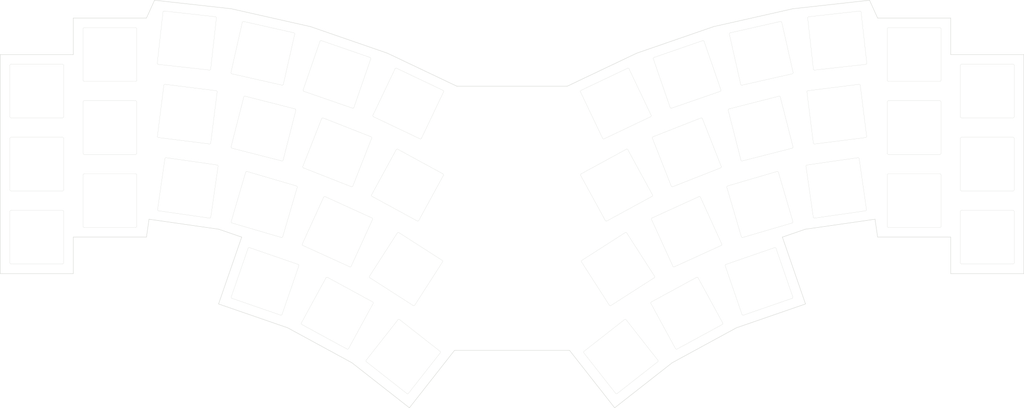
<source format=kicad_pcb>
(kicad_pcb (version 20240108) (generator "pcbnew") (generator_version "8.0")
  (layers (0 "F.Cu" signal) (31 "B.Cu" signal) (34 "B.Paste" user) (35 "F.Paste" user) (36 "B.SilkS" user "B.Silkscreen") (37 "F.SilkS" user "F.Silkscreen") (38 "B.Mask" user) (39 "F.Mask" user) (44 "Edge.Cuts" user))
  (net 0 "")
  (footprint "Project_Library:Key_Switch_Plate_Hole" (layer "F.Cu") (at 57.785 39.0525 180)
    (property "Reference" "SW11" (hide yes))
    (property "Value" "~" (hide yes))
    (fp_line (start 7.635 -10.51) (end 7.635 2.89) (stroke (width 0.05)) (layer "Edge.Cuts"))
    (fp_line (start 7.335 3.19) (end -6.065 3.19) (stroke (width 0.05)) (layer "Edge.Cuts"))
    (fp_line (start -6.065 -10.81) (end 7.335 -10.81) (stroke (width 0.05)) (layer "Edge.Cuts"))
    (fp_line (start -6.365 2.89) (end -6.365 -10.51) (stroke (width 0.05)) (layer "Edge.Cuts"))
    (fp_arc (start 7.635 2.89) (mid 7.547132 3.102132) (end 7.335 3.19) (stroke (width 0.05)) (layer "Edge.Cuts"))
    (fp_arc (start 7.335 -10.81) (mid 7.547132 -10.722132) (end 7.635 -10.51) (stroke (width 0.05)) (layer "Edge.Cuts"))
    (fp_arc (start -6.065 3.19) (mid -6.277132 3.102132) (end -6.365 2.89) (stroke (width 0.05)) (layer "Edge.Cuts"))
    (fp_arc (start -6.365 -10.51) (mid -6.277132 -10.722132) (end -6.065 -10.81) (stroke (width 0.05)) (layer "Edge.Cuts"))
  )
  (footprint "Project_Library:Key_Switch_Plate_Hole" (layer "F.Cu") (at 136.421019 119.038995 141.891)
    (property "Reference" "SW40" (hide yes))
    (property "Value" "~" (hide yes))
    (fp_line (start 7.635 -10.51) (end 7.635 2.89) (stroke (width 0.05)) (layer "Edge.Cuts"))
    (fp_line (start 7.335 3.19) (end -6.065 3.19) (stroke (width 0.05)) (layer "Edge.Cuts"))
    (fp_line (start -6.065 -10.81) (end 7.335 -10.81) (stroke (width 0.05)) (layer "Edge.Cuts"))
    (fp_line (start -6.365 2.89) (end -6.365 -10.51) (stroke (width 0.05)) (layer "Edge.Cuts"))
    (fp_arc (start 7.335 -10.81) (mid 7.547132 -10.722132) (end 7.635 -10.51) (stroke (width 0.05)) (layer "Edge.Cuts"))
    (fp_arc (start 7.635 2.89) (mid 7.547132 3.102132) (end 7.335 3.19) (stroke (width 0.05)) (layer "Edge.Cuts"))
    (fp_arc (start -6.365 -10.51) (mid -6.277132 -10.722132) (end -6.065 -10.81) (stroke (width 0.05)) (layer "Edge.Cuts"))
    (fp_arc (start -6.065 3.19) (mid -6.277132 3.102132) (end -6.365 2.89) (stroke (width 0.05)) (layer "Edge.Cuts"))
  )
  (footprint "Project_Library:Key_Switch_Plate_Hole" (layer "F.Cu") (at 99.033252 78.495176 163.658)
    (property "Reference" "SW33" (hide yes))
    (property "Value" "~" (hide yes))
    (fp_line (start 7.635 -10.51) (end 7.635 2.889999) (stroke (width 0.05)) (layer "Edge.Cuts"))
    (fp_line (start 7.335 3.19) (end -6.065 3.19) (stroke (width 0.05)) (layer "Edge.Cuts"))
    (fp_line (start -6.065 -10.81) (end 7.335 -10.81) (stroke (width 0.05)) (layer "Edge.Cuts"))
    (fp_line (start -6.364999 2.89) (end -6.365 -10.51) (stroke (width 0.05)) (layer "Edge.Cuts"))
    (fp_arc (start 7.335 -10.81) (mid 7.547133 -10.722132) (end 7.635 -10.51) (stroke (width 0.05)) (layer "Edge.Cuts"))
    (fp_arc (start 7.635 2.889999) (mid 7.547132 3.102131) (end 7.335 3.19) (stroke (width 0.05)) (layer "Edge.Cuts"))
    (fp_arc (start -6.365 -10.51) (mid -6.277132 -10.722132) (end -6.065 -10.81) (stroke (width 0.05)) (layer "Edge.Cuts"))
    (fp_arc (start -6.065 3.19) (mid -6.277132 3.102132) (end -6.364999 2.89) (stroke (width 0.05)) (layer "Edge.Cuts"))
  )
  (footprint "Project_Library:Key_Switch_Plate_Hole" (layer "F.Cu") (at 226.035439 78.137836 -163.658)
    (property "Reference" "SW28" (hide yes))
    (property "Value" "~" (hide yes))
    (fp_line (start 7.335 3.19) (end -6.065 3.19) (stroke (width 0.05)) (layer "Edge.Cuts"))
    (fp_line (start 7.635 -10.51) (end 7.635001 2.89) (stroke (width 0.05)) (layer "Edge.Cuts"))
    (fp_line (start -6.365 2.89) (end -6.365 -10.51) (stroke (width 0.05)) (layer "Edge.Cuts"))
    (fp_line (start -6.065 -10.81) (end 7.335 -10.81) (stroke (width 0.05)) (layer "Edge.Cuts"))
    (fp_arc (start 7.635001 2.89) (mid 7.547132 3.102131) (end 7.335 3.19) (stroke (width 0.05)) (layer "Edge.Cuts"))
    (fp_arc (start 7.335 -10.81) (mid 7.547132 -10.722132) (end 7.635 -10.51) (stroke (width 0.05)) (layer "Edge.Cuts"))
    (fp_arc (start -6.065 3.19) (mid -6.277132 3.102131) (end -6.365 2.89) (stroke (width 0.05)) (layer "Edge.Cuts"))
    (fp_arc (start -6.365 -10.51) (mid -6.277132 -10.722132) (end -6.065 -10.81) (stroke (width 0.05)) (layer "Edge.Cuts"))
  )
  (footprint "Project_Library:Key_Switch_Plate_Hole" (layer "F.Cu") (at 137.096734 52.478416 154.562)
    (property "Reference" "SW7" (hide yes))
    (property "Value" "~" (hide yes))
    (fp_line (start 7.635 -10.51) (end 7.635 2.89) (stroke (width 0.05)) (layer "Edge.Cuts"))
    (fp_line (start 7.335 3.19) (end -6.065 3.19) (stroke (width 0.05)) (layer "Edge.Cuts"))
    (fp_line (start -6.065 -10.81) (end 7.335 -10.81) (stroke (width 0.05)) (layer "Edge.Cuts"))
    (fp_line (start -6.365 2.89) (end -6.365 -10.51) (stroke (width 0.05)) (layer "Edge.Cuts"))
    (fp_arc (start 7.335 -10.81) (mid 7.547132 -10.722132) (end 7.635 -10.51) (stroke (width 0.05)) (layer "Edge.Cuts"))
    (fp_arc (start 7.635 2.89) (mid 7.547131 3.102132) (end 7.335 3.19) (stroke (width 0.05)) (layer "Edge.Cuts"))
    (fp_arc (start -6.365 -10.51) (mid -6.277132 -10.722132) (end -6.065 -10.81) (stroke (width 0.05)) (layer "Edge.Cuts"))
    (fp_arc (start -6.065 3.19) (mid -6.277132 3.102133) (end -6.365 2.89) (stroke (width 0.05)) (layer "Edge.Cuts"))
  )
  (footprint "Project_Library:Key_Switch_Plate_Hole" (layer "F.Cu") (at 187.8944 73.273188 -151.39)
    (property "Reference" "SW18" (hide yes))
    (property "Value" "~" (hide yes))
    (fp_line (start 7.335 3.19) (end -6.065 3.19) (stroke (width 0.05)) (layer "Edge.Cuts"))
    (fp_line (start 7.635 -10.51) (end 7.635 2.89) (stroke (width 0.05)) (layer "Edge.Cuts"))
    (fp_line (start -6.364999 2.89) (end -6.365 -10.51) (stroke (width 0.05)) (layer "Edge.Cuts"))
    (fp_line (start -6.065 -10.81) (end 7.335 -10.81) (stroke (width 0.05)) (layer "Edge.Cuts"))
    (fp_arc (start 7.635 2.89) (mid 7.547132 3.102132) (end 7.335 3.19) (stroke (width 0.05)) (layer "Edge.Cuts"))
    (fp_arc (start 7.335 -10.81) (mid 7.547131 -10.722132) (end 7.635 -10.51) (stroke (width 0.05)) (layer "Edge.Cuts"))
    (fp_arc (start -6.065 3.19) (mid -6.277132 3.102132) (end -6.364999 2.89) (stroke (width 0.05)) (layer "Edge.Cuts"))
    (fp_arc (start -6.365 -10.51) (mid -6.277132 -10.722132) (end -6.065 -10.81) (stroke (width 0.05)) (layer "Edge.Cuts"))
  )
  (footprint "Project_Library:Key_Switch_Plate_Hole" (layer "F.Cu") (at 206.661941 64.595471 -158.543)
    (property "Reference" "SW17" (hide yes))
    (property "Value" "~" (hide yes))
    (fp_line (start 7.335 3.19) (end -6.065 3.19) (stroke (width 0.05)) (layer "Edge.Cuts"))
    (fp_line (start 7.635 -10.510001) (end 7.635 2.89) (stroke (width 0.05)) (layer "Edge.Cuts"))
    (fp_line (start -6.365 2.89) (end -6.365 -10.51) (stroke (width 0.05)) (layer "Edge.Cuts"))
    (fp_line (start -6.065 -10.81) (end 7.335 -10.81) (stroke (width 0.05)) (layer "Edge.Cuts"))
    (fp_arc (start 7.635 2.89) (mid 7.547132 3.102132) (end 7.335 3.19) (stroke (width 0.05)) (layer "Edge.Cuts"))
    (fp_arc (start 7.335 -10.81) (mid 7.547131 -10.722132) (end 7.635 -10.510001) (stroke (width 0.05)) (layer "Edge.Cuts"))
    (fp_arc (start -6.065 3.19) (mid -6.277132 3.102132) (end -6.365 2.89) (stroke (width 0.05)) (layer "Edge.Cuts"))
    (fp_arc (start -6.365 -10.51) (mid -6.277132 -10.722132) (end -6.065 -10.81) (stroke (width 0.05)) (layer "Edge.Cuts"))
  )
  (footprint "Project_Library:Key_Switch_Plate_Hole" (layer "F.Cu") (at 226.36399 58.322089 -165.695)
    (property "Reference" "SW16" (hide yes))
    (property "Value" "~" (hide yes))
    (fp_line (start 7.335 3.19) (end -6.065 3.19) (stroke (width 0.05)) (layer "Edge.Cuts"))
    (fp_line (start 7.635 -10.51) (end 7.635 2.89) (stroke (width 0.05)) (layer "Edge.Cuts"))
    (fp_line (start -6.365 2.89) (end -6.365 -10.51) (stroke (width 0.05)) (layer "Edge.Cuts"))
    (fp_line (start -6.065 -10.81) (end 7.335 -10.81) (stroke (width 0.05)) (layer "Edge.Cuts"))
    (fp_arc (start 7.635 2.89) (mid 7.547132 3.102132) (end 7.335 3.19) (stroke (width 0.05)) (layer "Edge.Cuts"))
    (fp_arc (start 7.335 -10.81) (mid 7.547132 -10.722132) (end 7.635 -10.51) (stroke (width 0.05)) (layer "Edge.Cuts"))
    (fp_arc (start -6.065 3.19) (mid -6.277132 3.102132) (end -6.365 2.89) (stroke (width 0.05)) (layer "Edge.Cuts"))
    (fp_arc (start -6.365 -10.51) (mid -6.277132 -10.722132) (end -6.065 -10.81) (stroke (width 0.05)) (layer "Edge.Cuts"))
  )
  (footprint "Project_Library:Key_Switch_Plate_Hole" (layer "F.Cu") (at 286.385 67.6275 180)
    (property "Reference" "SW13" (hide yes))
    (property "Value" "~" (hide yes))
    (fp_line (start 7.635 -10.51) (end 7.635 2.89) (stroke (width 0.05)) (layer "Edge.Cuts"))
    (fp_line (start 7.335 3.19) (end -6.065 3.19) (stroke (width 0.05)) (layer "Edge.Cuts"))
    (fp_line (start -6.065 -10.81) (end 7.335 -10.81) (stroke (width 0.05)) (layer "Edge.Cuts"))
    (fp_line (start -6.365 2.89) (end -6.365 -10.51) (stroke (width 0.05)) (layer "Edge.Cuts"))
    (fp_arc (start 7.635 2.89) (mid 7.547132 3.102132) (end 7.335 3.19) (stroke (width 0.05)) (layer "Edge.Cuts"))
    (fp_arc (start 7.335 -10.81) (mid 7.547132 -10.722132) (end 7.635 -10.51) (stroke (width 0.05)) (layer "Edge.Cuts"))
    (fp_arc (start -6.065 3.19) (mid -6.277132 3.102132) (end -6.365 2.89) (stroke (width 0.05)) (layer "Edge.Cuts"))
    (fp_arc (start -6.365 -10.51) (mid -6.277132 -10.722132) (end -6.065 -10.81) (stroke (width 0.05)) (layer "Edge.Cuts"))
  )
  (footprint "Project_Library:Key_Switch_Plate_Hole" (layer "F.Cu") (at 57.785 58.1025 180)
    (property "Reference" "SW23" (hide yes))
    (property "Value" "~" (hide yes))
    (fp_line (start 7.635 -10.51) (end 7.635 2.89) (stroke (width 0.05)) (layer "Edge.Cuts"))
    (fp_line (start 7.335 3.19) (end -6.065 3.19) (stroke (width 0.05)) (layer "Edge.Cuts"))
    (fp_line (start -6.065 -10.81) (end 7.335 -10.81) (stroke (width 0.05)) (layer "Edge.Cuts"))
    (fp_line (start -6.365 2.89) (end -6.365 -10.51) (stroke (width 0.05)) (layer "Edge.Cuts"))
    (fp_arc (start 7.635 2.89) (mid 7.547132 3.102132) (end 7.335 3.19) (stroke (width 0.05)) (layer "Edge.Cuts"))
    (fp_arc (start 7.335 -10.81) (mid 7.547132 -10.722132) (end 7.635 -10.51) (stroke (width 0.05)) (layer "Edge.Cuts"))
    (fp_arc (start -6.065 3.19) (mid -6.277132 3.102132) (end -6.365 2.89) (stroke (width 0.05)) (layer "Edge.Cuts"))
    (fp_arc (start -6.365 -10.51) (mid -6.277132 -10.722132) (end -6.065 -10.81) (stroke (width 0.05)) (layer "Edge.Cuts"))
  )
  (footprint "Project_Library:Key_Switch_Plate_Hole" (layer "F.Cu") (at 118.588917 85.875323 155.487)
    (property "Reference" "SW32" (hide yes))
    (property "Value" "~" (hide yes))
    (fp_line (start 7.635 -10.510001) (end 7.635 2.89) (stroke (width 0.05)) (layer "Edge.Cuts"))
    (fp_line (start 7.335 3.189999) (end -6.065 3.19) (stroke (width 0.05)) (layer "Edge.Cuts"))
    (fp_line (start -6.065001 -10.81) (end 7.335 -10.81) (stroke (width 0.05)) (layer "Edge.Cuts"))
    (fp_line (start -6.365 2.890001) (end -6.365 -10.51) (stroke (width 0.05)) (layer "Edge.Cuts"))
    (fp_arc (start 7.335 -10.81) (mid 7.547131 -10.722132) (end 7.635 -10.510001) (stroke (width 0.05)) (layer "Edge.Cuts"))
    (fp_arc (start 7.635 2.89) (mid 7.547132 3.102132) (end 7.335 3.189999) (stroke (width 0.05)) (layer "Edge.Cuts"))
    (fp_arc (start -6.365 -10.51) (mid -6.277132 -10.722131) (end -6.065001 -10.81) (stroke (width 0.05)) (layer "Edge.Cuts"))
    (fp_arc (start -6.065 3.19) (mid -6.277132 3.102132) (end -6.365 2.890001) (stroke (width 0.05)) (layer "Edge.Cuts"))
  )
  (footprint "Project_Library:Key_Switch_Plate_Hole" (layer "F.Cu") (at 246.693838 54.550703 -172.849)
    (property "Reference" "SW15" (hide yes))
    (property "Value" "~" (hide yes))
    (fp_line (start 7.335 3.19) (end -6.065 3.19) (stroke (width 0.05)) (layer "Edge.Cuts"))
    (fp_line (start 7.635 -10.51) (end 7.635 2.89) (stroke (width 0.05)) (layer "Edge.Cuts"))
    (fp_line (start -6.365 2.89) (end -6.365 -10.51) (stroke (width 0.05)) (layer "Edge.Cuts"))
    (fp_line (start -6.065 -10.81) (end 7.335 -10.81) (stroke (width 0.05)) (layer "Edge.Cuts"))
    (fp_arc (start 7.635 2.89) (mid 7.547132 3.102131) (end 7.335 3.19) (stroke (width 0.05)) (layer "Edge.Cuts"))
    (fp_arc (start 7.335 -10.81) (mid 7.547132 -10.722132) (end 7.635 -10.51) (stroke (width 0.05)) (layer "Edge.Cuts"))
    (fp_arc (start -6.065 3.19) (mid -6.277132 3.102132) (end -6.365 2.89) (stroke (width 0.05)) (layer "Edge.Cuts"))
    (fp_arc (start -6.365 -10.51) (mid -6.277132 -10.722132) (end -6.065 -10.81) (stroke (width 0.05)) (layer "Edge.Cuts"))
  )
  (footprint "Project_Library:Key_Switch_Plate_Hole" (layer "F.Cu") (at 98.454462 38.964361 167.281)
    (property "Reference" "SW9" (hide yes))
    (property "Value" "~" (hide yes))
    (fp_line (start 7.635 -10.51) (end 7.635 2.89) (stroke (width 0.05)) (layer "Edge.Cuts"))
    (fp_line (start 7.335 3.19) (end -6.065 3.19) (stroke (width 0.05)) (layer "Edge.Cuts"))
    (fp_line (start -6.065 -10.81) (end 7.335 -10.81) (stroke (width 0.05)) (layer "Edge.Cuts"))
    (fp_line (start -6.365 2.89) (end -6.365 -10.51) (stroke (width 0.05)) (layer "Edge.Cuts"))
    (fp_arc (start 7.335 -10.81) (mid 7.547131 -10.722132) (end 7.635 -10.51) (stroke (width 0.05)) (layer "Edge.Cuts"))
    (fp_arc (start 7.635 2.89) (mid 7.547132 3.102133) (end 7.335 3.19) (stroke (width 0.05)) (layer "Edge.Cuts"))
    (fp_arc (start -6.365 -10.51) (mid -6.277132 -10.722132) (end -6.065 -10.81) (stroke (width 0.05)) (layer "Edge.Cuts"))
    (fp_arc (start -6.065 3.19) (mid -6.277132 3.102131) (end -6.365 2.89) (stroke (width 0.05)) (layer "Edge.Cuts"))
  )
  (footprint "Project_Library:Key_Switch_Plate_Hole" (layer "F.Cu") (at 267.335 58.1025 180)
    (property "Reference" "SW14" (hide yes))
    (property "Value" "~" (hide yes))
    (fp_line (start 7.635 -10.51) (end 7.635 2.89) (stroke (width 0.05)) (layer "Edge.Cuts"))
    (fp_line (start 7.335 3.19) (end -6.065 3.19) (stroke (width 0.05)) (layer "Edge.Cuts"))
    (fp_line (start -6.065 -10.81) (end 7.335 -10.81) (stroke (width 0.05)) (layer "Edge.Cuts"))
    (fp_line (start -6.365 2.89) (end -6.365 -10.51) (stroke (width 0.05)) (layer "Edge.Cuts"))
    (fp_arc (start 7.635 2.89) (mid 7.547132 3.102132) (end 7.335 3.19) (stroke (width 0.05)) (layer "Edge.Cuts"))
    (fp_arc (start 7.335 -10.81) (mid 7.547132 -10.722132) (end 7.635 -10.51) (stroke (width 0.05)) (layer "Edge.Cuts"))
    (fp_arc (start -6.065 3.19) (mid -6.277132 3.102132) (end -6.365 2.89) (stroke (width 0.05)) (layer "Edge.Cuts"))
    (fp_arc (start -6.365 -10.51) (mid -6.277132 -10.722132) (end -6.065 -10.81) (stroke (width 0.05)) (layer "Edge.Cuts"))
  )
  (footprint "Project_Library:Key_Switch_Plate_Hole" (layer "F.Cu") (at 118.150958 44.647977 160.922)
    (property "Reference" "SW8" (hide yes))
    (property "Value" "~" (hide yes))
    (fp_line (start 7.635 -10.51) (end 7.635 2.889999) (stroke (width 0.05)) (layer "Edge.Cuts"))
    (fp_line (start 7.335 3.19) (end -6.065 3.19) (stroke (width 0.05)) (layer "Edge.Cuts"))
    (fp_line (start -6.065 -10.81) (end 7.335 -10.809999) (stroke (width 0.05)) (layer "Edge.Cuts"))
    (fp_line (start -6.365 2.89) (end -6.365 -10.51) (stroke (width 0.05)) (layer "Edge.Cuts"))
    (fp_arc (start 7.335 -10.809999) (mid 7.547131 -10.722132) (end 7.635 -10.51) (stroke (width 0.05)) (layer "Edge.Cuts"))
    (fp_arc (start 7.635 2.889999) (mid 7.547133 3.102132) (end 7.335 3.19) (stroke (width 0.05)) (layer "Edge.Cuts"))
    (fp_arc (start -6.365 -10.51) (mid -6.277133 -10.722132) (end -6.065 -10.81) (stroke (width 0.05)) (layer "Edge.Cuts"))
    (fp_arc (start -6.065 3.19) (mid -6.277132 3.102132) (end -6.365 2.89) (stroke (width 0.05)) (layer "Edge.Cuts"))
  )
  (footprint "Project_Library:Key_Switch_Plate_Hole" (layer "F.Cu") (at 137.070531 73.881321 151.39)
    (property "Reference" "SW19" (hide yes))
    (property "Value" "~" (hide yes))
    (fp_line (start 7.635 -10.51) (end 7.635 2.89) (stroke (width 0.05)) (layer "Edge.Cuts"))
    (fp_line (start 7.335 3.19) (end -6.065 3.19) (stroke (width 0.05)) (layer "Edge.Cuts"))
    (fp_line (start -6.065 -10.81) (end 7.335 -10.81) (stroke (width 0.05)) (layer "Edge.Cuts"))
    (fp_line (start -6.365 2.89) (end -6.365 -10.51) (stroke (width 0.05)) (layer "Edge.Cuts"))
    (fp_arc (start 7.335 -10.81) (mid 7.547132 -10.722132) (end 7.635 -10.51) (stroke (width 0.05)) (layer "Edge.Cuts"))
    (fp_arc (start 7.635 2.89) (mid 7.547132 3.102132) (end 7.335 3.19) (stroke (width 0.05)) (layer "Edge.Cuts"))
    (fp_arc (start -6.365 -10.51) (mid -6.277132 -10.722132) (end -6.065 -10.81) (stroke (width 0.05)) (layer "Edge.Cuts"))
    (fp_arc (start -6.065 3.19) (mid -6.277132 3.102132) (end -6.365 2.89) (stroke (width 0.05)) (layer "Edge.Cuts"))
  )
  (footprint "Project_Library:Key_Switch_Plate_Hole" (layer "F.Cu") (at 225.631439 98.226053 -160.946)
    (property "Reference" "SW37" (hide yes))
    (property "Value" "~" (hide yes))
    (fp_line (start 7.335 3.19) (end -6.065 3.19) (stroke (width 0.05)) (layer "Edge.Cuts"))
    (fp_line (start 7.635 -10.51) (end 7.635 2.89) (stroke (width 0.05)) (layer "Edge.Cuts"))
    (fp_line (start -6.365 2.89) (end -6.365001 -10.51) (stroke (width 0.05)) (layer "Edge.Cuts"))
    (fp_line (start -6.065 -10.81) (end 7.335 -10.81) (stroke (width 0.05)) (layer "Edge.Cuts"))
    (fp_arc (start 7.635 2.89) (mid 7.547132 3.102132) (end 7.335 3.19) (stroke (width 0.05)) (layer "Edge.Cuts"))
    (fp_arc (start 7.335 -10.81) (mid 7.547132 -10.722131) (end 7.635 -10.51) (stroke (width 0.05)) (layer "Edge.Cuts"))
    (fp_arc (start -6.065 3.19) (mid -6.277132 3.102133) (end -6.365 2.89) (stroke (width 0.05)) (layer "Edge.Cuts"))
    (fp_arc (start -6.365001 -10.51) (mid -6.277133 -10.722132) (end -6.065 -10.81) (stroke (width 0.05)) (layer "Edge.Cuts"))
  )
  (footprint "Project_Library:Key_Switch_Plate_Hole" (layer "F.Cu") (at 246.862575 35.356799 -173.64)
    (property "Reference" "SW3" (hide yes))
    (property "Value" "~" (hide yes))
    (fp_line (start 7.335 3.19) (end -6.065 3.19) (stroke (width 0.05)) (layer "Edge.Cuts"))
    (fp_line (start 7.635 -10.51) (end 7.635 2.89) (stroke (width 0.05)) (layer "Edge.Cuts"))
    (fp_line (start -6.365 2.89) (end -6.365 -10.51) (stroke (width 0.05)) (layer "Edge.Cuts"))
    (fp_line (start -6.065 -10.81) (end 7.335 -10.81) (stroke (width 0.05)) (layer "Edge.Cuts"))
    (fp_arc (start 7.635 2.89) (mid 7.547132 3.102132) (end 7.335 3.19) (stroke (width 0.05)) (layer "Edge.Cuts"))
    (fp_arc (start 7.335 -10.81) (mid 7.547131 -10.722132) (end 7.635 -10.51) (stroke (width 0.05)) (layer "Edge.Cuts"))
    (fp_arc (start -6.065 3.19) (mid -6.277132 3.102132) (end -6.365 2.89) (stroke (width 0.05)) (layer "Edge.Cuts"))
    (fp_arc (start -6.365 -10.51) (mid -6.277132 -10.722132) (end -6.065 -10.81) (stroke (width 0.05)) (layer "Edge.Cuts"))
  )
  (footprint "Project_Library:Key_Switch_Plate_Hole" (layer "F.Cu") (at 226.634374 38.684745 -167.281)
    (property "Reference" "SW4" (hide yes))
    (property "Value" "~" (hide yes))
    (fp_line (start 7.335 3.19) (end -6.065 3.19) (stroke (width 0.05)) (layer "Edge.Cuts"))
    (fp_line (start 7.635 -10.51) (end 7.635 2.89) (stroke (width 0.05)) (layer "Edge.Cuts"))
    (fp_line (start -6.365 2.89) (end -6.365 -10.51) (stroke (width 0.05)) (layer "Edge.Cuts"))
    (fp_line (start -6.065 -10.81) (end 7.335 -10.81) (stroke (width 0.05)) (layer "Edge.Cuts"))
    (fp_arc (start 7.635 2.89) (mid 7.547132 3.102132) (end 7.335 3.19) (stroke (width 0.05)) (layer "Edge.Cuts"))
    (fp_arc (start 7.335 -10.81) (mid 7.547131 -10.722132) (end 7.635 -10.51) (stroke (width 0.05)) (layer "Edge.Cuts"))
    (fp_arc (start -6.065 3.19) (mid -6.277132 3.102132) (end -6.365 2.89) (stroke (width 0.05)) (layer "Edge.Cuts"))
    (fp_arc (start -6.365 -10.51) (mid -6.277132 -10.722131) (end -6.065 -10.81) (stroke (width 0.05)) (layer "Edge.Cuts"))
  )
  (footprint "Project_Library:Key_Switch_Plate_Hole" (layer "F.Cu") (at 78.41628 54.70882 172.848)
    (property "Reference" "SW22" (hide yes))
    (property "Value" "~" (hide yes))
    (fp_line (start 7.635 -10.51) (end 7.635 2.89) (stroke (width 0.05)) (layer "Edge.Cuts"))
    (fp_line (start 7.335 3.19) (end -6.065 3.19) (stroke (width 0.05)) (layer "Edge.Cuts"))
    (fp_line (start -6.065 -10.81) (end 7.335 -10.81) (stroke (width 0.05)) (layer "Edge.Cuts"))
    (fp_line (start -6.365 2.89) (end -6.365 -10.51) (stroke (width 0.05)) (layer "Edge.Cuts"))
    (fp_arc (start 7.335 -10.81) (mid 7.547132 -10.722132) (end 7.635 -10.51) (stroke (width 0.05)) (layer "Edge.Cuts"))
    (fp_arc (start 7.635 2.89) (mid 7.547132 3.102132) (end 7.335 3.19) (stroke (width 0.05)) (layer "Edge.Cuts"))
    (fp_arc (start -6.365 -10.51) (mid -6.277132 -10.722132) (end -6.065 -10.81) (stroke (width 0.05)) (layer "Edge.Cuts"))
    (fp_arc (start -6.065 3.19) (mid -6.277132 3.102132) (end -6.365 2.89) (stroke (width 0.05)) (layer "Edge.Cuts"))
  )
  (footprint "Project_Library:Key_Switch_Plate_Hole" (layer "F.Cu") (at 78.249541 35.497465 173.641)
    (property "Reference" "SW10" (hide yes))
    (property "Value" "~" (hide yes))
    (fp_line (start 7.635 -10.51) (end 7.635 2.89) (stroke (width 0.05)) (layer "Edge.Cuts"))
    (fp_line (start 7.335 3.19) (end -6.065 3.19) (stroke (width 0.05)) (layer "Edge.Cuts"))
    (fp_line (start -6.065 -10.81) (end 7.335 -10.81) (stroke (width 0.05)) (layer "Edge.Cuts"))
    (fp_line (start -6.365 2.89) (end -6.365 -10.51) (stroke (width 0.05)) (layer "Edge.Cuts"))
    (fp_arc (start 7.335 -10.81) (mid 7.547132 -10.722132) (end 7.635 -10.51) (stroke (width 0.05)) (layer "Edge.Cuts"))
    (fp_arc (start 7.635 2.89) (mid 7.547131 3.102132) (end 7.335 3.19) (stroke (width 0.05)) (layer "Edge.Cuts"))
    (fp_arc (start -6.365 -10.51) (mid -6.277132 -10.722132) (end -6.065 -10.81) (stroke (width 0.05)) (layer "Edge.Cuts"))
    (fp_arc (start -6.065 3.19) (mid -6.277132 3.102132) (end -6.365 2.89) (stroke (width 0.05)) (layer "Edge.Cuts"))
  )
  (footprint "Project_Library:Key_Switch_Plate_Hole" (layer "F.Cu") (at 267.335 77.1525 180)
    (property "Reference" "SW26" (hide yes))
    (property "Value" "~" (hide yes))
    (fp_line (start 7.635 -10.51) (end 7.635 2.89) (stroke (width 0.05)) (layer "Edge.Cuts"))
    (fp_line (start 7.335 3.19) (end -6.065 3.19) (stroke (width 0.05)) (layer "Edge.Cuts"))
    (fp_line (start -6.065 -10.81) (end 7.335 -10.81) (stroke (width 0.05)) (layer "Edge.Cuts"))
    (fp_line (start -6.365 2.89) (end -6.365 -10.51) (stroke (width 0.05)) (layer "Edge.Cuts"))
    (fp_arc (start 7.635 2.89) (mid 7.547132 3.102132) (end 7.335 3.19) (stroke (width 0.05)) (layer "Edge.Cuts"))
    (fp_arc (start 7.335 -10.81) (mid 7.547132 -10.722132) (end 7.635 -10.51) (stroke (width 0.05)) (layer "Edge.Cuts"))
    (fp_arc (start -6.065 3.19) (mid -6.277132 3.102132) (end -6.365 2.89) (stroke (width 0.05)) (layer "Edge.Cuts"))
    (fp_arc (start -6.365 -10.51) (mid -6.277132 -10.722132) (end -6.065 -10.81) (stroke (width 0.05)) (layer "Edge.Cuts"))
  )
  (footprint "Project_Library:Key_Switch_Plate_Hole" (layer "F.Cu") (at 38.735 48.5775 180)
    (property "Reference" "SW12" (hide yes))
    (property "Value" "~" (hide yes))
    (fp_line (start 7.635 -10.51) (end 7.635 2.89) (stroke (width 0.05)) (layer "Edge.Cuts"))
    (fp_line (start 7.335 3.19) (end -6.065 3.19) (stroke (width 0.05)) (layer "Edge.Cuts"))
    (fp_line (start -6.065 -10.81) (end 7.335 -10.81) (stroke (width 0.05)) (layer "Edge.Cuts"))
    (fp_line (start -6.365 2.89) (end -6.365 -10.51) (stroke (width 0.05)) (layer "Edge.Cuts"))
    (fp_arc (start 7.635 2.89) (mid 7.547132 3.102132) (end 7.335 3.19) (stroke (width 0.05)) (layer "Edge.Cuts"))
    (fp_arc (start 7.335 -10.81) (mid 7.547132 -10.722132) (end 7.635 -10.51) (stroke (width 0.05)) (layer "Edge.Cuts"))
    (fp_arc (start -6.065 3.19) (mid -6.277132 3.102132) (end -6.365 2.89) (stroke (width 0.05)) (layer "Edge.Cuts"))
    (fp_arc (start -6.365 -10.51) (mid -6.277132 -10.722132) (end -6.065 -10.81) (stroke (width 0.05)) (layer "Edge.Cuts"))
  )
  (footprint "Project_Library:Key_Switch_Plate_Hole" (layer "F.Cu") (at 206.899218 44.232884 -160.921)
    (property "Reference" "SW5" (hide yes))
    (property "Value" "~" (hide yes))
    (fp_line (start 7.335 3.19) (end -6.065 3.19) (stroke (width 0.05)) (layer "Edge.Cuts"))
    (fp_line (start 7.635 -10.51) (end 7.635 2.89) (stroke (width 0.05)) (layer "Edge.Cuts"))
    (fp_line (start -6.365 2.89) (end -6.365 -10.510001) (stroke (width 0.05)) (layer "Edge.Cuts"))
    (fp_line (start -6.064999 -10.81) (end 7.335 -10.81) (stroke (width 0.05)) (layer "Edge.Cuts"))
    (fp_arc (start 7.635 2.89) (mid 7.547131 3.102132) (end 7.335 3.19) (stroke (width 0.05)) (layer "Edge.Cuts"))
    (fp_arc (start 7.335 -10.81) (mid 7.547132 -10.722132) (end 7.635 -10.51) (stroke (width 0.05)) (layer "Edge.Cuts"))
    (fp_arc (start -6.065 3.19) (mid -6.277131 3.102131) (end -6.365 2.89) (stroke (width 0.05)) (layer "Edge.Cuts"))
    (fp_arc (start -6.365 -10.510001) (mid -6.277132 -10.722132) (end -6.064999 -10.81) (stroke (width 0.05)) (layer "Edge.Cuts"))
  )
  (footprint "Project_Library:Key_Switch_Plate_Hole" (layer "F.Cu") (at 78.627168 73.969438 171.829)
    (property "Reference" "SW34" (hide yes))
    (property "Value" "~" (hide yes))
    (fp_line (start 7.635 -10.51) (end 7.635 2.89) (stroke (width 0.05)) (layer "Edge.Cuts"))
    (fp_line (start 7.335 3.19) (end -6.065 3.19) (stroke (width 0.05)) (layer "Edge.Cuts"))
    (fp_line (start -6.065 -10.81) (end 7.335 -10.81) (stroke (width 0.05)) (layer "Edge.Cuts"))
    (fp_line (start -6.365 2.89) (end -6.365 -10.51) (stroke (width 0.05)) (layer "Edge.Cuts"))
    (fp_arc (start 7.335 -10.81) (mid 7.547133 -10.722132) (end 7.635 -10.51) (stroke (width 0.05)) (layer "Edge.Cuts"))
    (fp_arc (start 7.635 2.89) (mid 7.547132 3.102133) (end 7.335 3.19) (stroke (width 0.05)) (layer "Edge.Cuts"))
    (fp_arc (start -6.365 -10.51) (mid -6.277132 -10.722133) (end -6.065 -10.81) (stroke (width 0.05)) (layer "Edge.Cuts"))
    (fp_arc (start -6.065 3.19) (mid -6.277132 3.102132) (end -6.365 2.89) (stroke (width 0.05)) (layer "Edge.Cuts"))
  )
  (footprint "Project_Library:Key_Switch_Plate_Hole" (layer "F.Cu") (at 57.785 77.1525 180)
    (property "Reference" "SW35" (hide yes))
    (property "Value" "~" (hide yes))
    (fp_line (start 7.635 -10.51) (end 7.635 2.89) (stroke (width 0.05)) (layer "Edge.Cuts"))
    (fp_line (start 7.335 3.19) (end -6.065 3.19) (stroke (width 0.05)) (layer "Edge.Cuts"))
    (fp_line (start -6.065 -10.81) (end 7.335 -10.81) (stroke (width 0.05)) (layer "Edge.Cuts"))
    (fp_line (start -6.365 2.89) (end -6.365 -10.51) (stroke (width 0.05)) (layer "Edge.Cuts"))
    (fp_arc (start 7.635 2.89) (mid 7.547132 3.102132) (end 7.335 3.19) (stroke (width 0.05)) (layer "Edge.Cuts"))
    (fp_arc (start 7.335 -10.81) (mid 7.547132 -10.722132) (end 7.635 -10.51) (stroke (width 0.05)) (layer "Edge.Cuts"))
    (fp_arc (start -6.065 3.19) (mid -6.277132 3.102132) (end -6.365 2.89) (stroke (width 0.05)) (layer "Edge.Cuts"))
    (fp_arc (start -6.365 -10.51) (mid -6.277132 -10.722132) (end -6.065 -10.81) (stroke (width 0.05)) (layer "Edge.Cuts"))
  )
  (footprint "Project_Library:Key_Switch_Plate_Hole" (layer "F.Cu") (at 38.735 67.6275 180)
    (property "Reference" "SW24" (hide yes))
    (property "Value" "~" (hide yes))
    (fp_line (start 7.635 -10.51) (end 7.635 2.89) (stroke (width 0.05)) (layer "Edge.Cuts"))
    (fp_line (start 7.335 3.19) (end -6.065 3.19) (stroke (width 0.05)) (layer "Edge.Cuts"))
    (fp_line (start -6.065 -10.81) (end 7.335 -10.81) (stroke (width 0.05)) (layer "Edge.Cuts"))
    (fp_line (start -6.365 2.89) (end -6.365 -10.51) (stroke (width 0.05)) (layer "Edge.Cuts"))
    (fp_arc (start 7.635 2.89) (mid 7.547132 3.102132) (end 7.335 3.19) (stroke (width 0.05)) (layer "Edge.Cuts"))
    (fp_arc (start 7.335 -10.81) (mid 7.547132 -10.722132) (end 7.635 -10.51) (stroke (width 0.05)) (layer "Edge.Cuts"))
    (fp_arc (start -6.065 3.19) (mid -6.277132 3.102132) (end -6.365 2.89) (stroke (width 0.05)) (layer "Edge.Cuts"))
    (fp_arc (start -6.365 -10.51) (mid -6.277132 -10.722132) (end -6.065 -10.81) (stroke (width 0.05)) (layer "Edge.Cuts"))
  )
  (footprint "Project_Library:Key_Switch_Plate_Hole" (layer "F.Cu") (at 246.479939 73.788935 -171.829)
    (property "Reference" "SW27" (hide yes))
    (property "Value" "~" (hide yes))
    (fp_line (start 7.335 3.19) (end -6.065 3.19) (stroke (width 0.05)) (layer "Edge.Cuts"))
    (fp_line (start 7.635 -10.51) (end 7.634999 2.89) (stroke (width 0.05)) (layer "Edge.Cuts"))
    (fp_line (start -6.365 2.89) (end -6.365 -10.51) (stroke (width 0.05)) (layer "Edge.Cuts"))
    (fp_line (start -6.065 -10.81) (end 7.335 -10.81) (stroke (width 0.05)) (layer "Edge.Cuts"))
    (fp_arc (start 7.634999 2.89) (mid 7.547132 3.102132) (end 7.335 3.19) (stroke (width 0.05)) (layer "Edge.Cuts"))
    (fp_arc (start 7.335 -10.81) (mid 7.547133 -10.722132) (end 7.635 -10.51) (stroke (width 0.05)) (layer "Edge.Cuts"))
    (fp_arc (start -6.065 3.19) (mid -6.277132 3.102132) (end -6.365 2.89) (stroke (width 0.05)) (layer "Edge.Cuts"))
    (fp_arc (start -6.365 -10.51) (mid -6.277132 -10.722132) (end -6.065 -10.81) (stroke (width 0.05)) (layer "Edge.Cuts"))
  )
  (footprint "Project_Library:Key_Switch_Plate_Hole" (layer "F.Cu") (at 188.428266 118.255203 -141.891)
    (property "Reference" "SW39" (hide yes))
    (property "Value" "~" (hide yes))
    (fp_line (start 7.335 3.19) (end -6.065 3.19) (stroke (width 0.05)) (layer "Edge.Cuts"))
    (fp_line (start 7.635 -10.51) (end 7.635001 2.89) (stroke (width 0.05)) (layer "Edge.Cuts"))
    (fp_line (start -6.365 2.89) (end -6.365 -10.51) (stroke (width 0.05)) (layer "Edge.Cuts"))
    (fp_line (start -6.065 -10.81) (end 7.335 -10.810001) (stroke (width 0.05)) (layer "Edge.Cuts"))
    (fp_arc (start 7.635001 2.89) (mid 7.547132 3.102132) (end 7.335 3.19) (stroke (width 0.05)) (layer "Edge.Cuts"))
    (fp_arc (start 7.335 -10.810001) (mid 7.547132 -10.722132) (end 7.635 -10.51) (stroke (width 0.05)) (layer "Edge.Cuts"))
    (fp_arc (start -6.065 3.19) (mid -6.277132 3.102132) (end -6.365 2.89) (stroke (width 0.05)) (layer "Edge.Cuts"))
    (fp_arc (start -6.365 -10.51) (mid -6.277132 -10.722132) (end -6.065 -10.81) (stroke (width 0.05)) (layer "Edge.Cuts"))
  )
  (footprint "Project_Library:Key_Switch_Plate_Hole" (layer "F.Cu") (at 118.37003 65.060062 158.542)
    (property "Reference" "SW20" (hide yes))
    (property "Value" "~" (hide yes))
    (fp_line (start 7.635 -10.51) (end 7.635 2.89) (stroke (width 0.05)) (layer "Edge.Cuts"))
    (fp_line (start 7.335 3.19) (end -6.065 3.189999) (stroke (width 0.05)) (layer "Edge.Cuts"))
    (fp_line (start -6.065 -10.81) (end 7.335 -10.81) (stroke (width 0.05)) (layer "Edge.Cuts"))
    (fp_line (start -6.365 2.89) (end -6.365 -10.51) (stroke (width 0.05)) (layer "Edge.Cuts"))
    (fp_arc (start 7.335 -10.81) (mid 7.547131 -10.722132) (end 7.635 -10.51) (stroke (width 0.05)) (layer "Edge.Cuts"))
    (fp_arc (start 7.635 2.89) (mid 7.547132 3.102132) (end 7.335 3.19) (stroke (width 0.05)) (layer "Edge.Cuts"))
    (fp_arc (start -6.365 -10.51) (mid -6.277132 -10.722132) (end -6.065 -10.81) (stroke (width 0.05)) (layer "Edge.Cuts"))
    (fp_arc (start -6.065 3.189999) (mid -6.277131 3.102132) (end -6.365 2.89) (stroke (width 0.05)) (layer "Edge.Cuts"))
  )
  (footprint "Project_Library:Key_Switch_Plate_Hole" (layer "F.Cu") (at 136.897094 95.960028 147.316)
    (property "Reference" "SW31" (hide yes))
    (property "Value" "~" (hide yes))
    (fp_line (start 7.635 -10.51) (end 7.635 2.89) (stroke (width 0.05)) (layer "Edge.Cuts"))
    (fp_line (start 7.335 3.19) (end -6.065001 3.19) (stroke (width 0.05)) (layer "Edge.Cuts"))
    (fp_line (start -6.065 -10.81) (end 7.335 -10.81) (stroke (width 0.05)) (layer "Edge.Cuts"))
    (fp_line (start -6.365 2.889999) (end -6.364999 -10.51) (stroke (width 0.05)) (layer "Edge.Cuts"))
    (fp_arc (start 7.335 -10.81) (mid 7.547131 -10.722132) (end 7.635 -10.51) (stroke (width 0.05)) (layer "Edge.Cuts"))
    (fp_arc (start 7.635 2.89) (mid 7.547132 3.102133) (end 7.335 3.19) (stroke (width 0.05)) (layer "Edge.Cuts"))
    (fp_arc (start -6.364999 -10.51) (mid -6.277132 -10.722132) (end -6.065 -10.81) (stroke (width 0.05)) (layer "Edge.Cuts"))
    (fp_arc (start -6.065001 3.19) (mid -6.277133 3.102131) (end -6.365 2.889999) (stroke (width 0.05)) (layer "Edge.Cuts"))
  )
  (footprint "Project_Library:Key_Switch_Plate_Hole" (layer "F.Cu") (at 187.90014 51.932908 -154.562)
    (property "Reference" "SW6" (hide yes))
    (property "Value" "~" (hide yes))
    (fp_line (start 7.335 3.19) (end -6.065 3.19) (stroke (width 0.05)) (layer "Edge.Cuts"))
    (fp_line (start 7.634999 -10.51) (end 7.635 2.89) (stroke (width 0.05)) (layer "Edge.Cuts"))
    (fp_line (start -6.365 2.89) (end -6.365 -10.51) (stroke (width 0.05)) (layer "Edge.Cuts"))
    (fp_line (start -6.065 -10.809999) (end 7.335 -10.81) (stroke (width 0.05)) (layer "Edge.Cuts"))
    (fp_arc (start 7.635 2.89) (mid 7.547132 3.102132) (end 7.335 3.19) (stroke (width 0.05)) (layer "Edge.Cuts"))
    (fp_arc (start 7.335 -10.81) (mid 7.547132 -10.722132) (end 7.634999 -10.51) (stroke (width 0.05)) (layer "Edge.Cuts"))
    (fp_arc (start -6.065 3.19) (mid -6.277132 3.102132) (end -6.365 2.89) (stroke (width 0.05)) (layer "Edge.Cuts"))
    (fp_arc (start -6.365 -10.51) (mid -6.277132 -10.722132) (end -6.065 -10.809999) (stroke (width 0.05)) (layer "Edge.Cuts"))
  )
  (footprint "Project_Library:Key_Switch_Plate_Hole" (layer "F.Cu") (at 286.385 48.5775 180)
    (property "Reference" "SW1" (hide yes))
    (property "Value" "~" (hide yes))
    (fp_line (start 7.635 -10.51) (end 7.635 2.89) (stroke (width 0.05)) (layer "Edge.Cuts"))
    (fp_line (start 7.335 3.19) (end -6.065 3.19) (stroke (width 0.05)) (layer "Edge.Cuts"))
    (fp_line (start -6.065 -10.81) (end 7.335 -10.81) (stroke (width 0.05)) (layer "Edge.Cuts"))
    (fp_line (start -6.365 2.89) (end -6.365 -10.51) (stroke (width 0.05)) (layer "Edge.Cuts"))
    (fp_arc (start 7.635 2.89) (mid 7.547132 3.102132) (end 7.335 3.19) (stroke (width 0.05)) (layer "Edge.Cuts"))
    (fp_arc (start 7.335 -10.81) (mid 7.547132 -10.722132) (end 7.635 -10.51) (stroke (width 0.05)) (layer "Edge.Cuts"))
    (fp_arc (start -6.065 3.19) (mid -6.277132 3.102132) (end -6.365 2.89) (stroke (width 0.05)) (layer "Edge.Cuts"))
    (fp_arc (start -6.365 -10.51) (mid -6.277132 -10.722132) (end -6.065 -10.81) (stroke (width 0.05)) (layer "Edge.Cuts"))
  )
  (footprint "Project_Library:Key_Switch_Plate_Hole" (layer "F.Cu") (at 98.716631 58.635885 165.695)
    (property "Reference" "SW21" (hide yes))
    (property "Value" "~" (hide yes))
    (fp_line (start 7.635 -10.51) (end 7.635 2.89) (stroke (width 0.05)) (layer "Edge.Cuts"))
    (fp_line (start 7.335 3.189999) (end -6.065 3.19) (stroke (width 0.05)) (layer "Edge.Cuts"))
    (fp_line (start -6.065 -10.81) (end 7.335 -10.81) (stroke (width 0.05)) (layer "Edge.Cuts"))
    (fp_line (start -6.365 2.89) (end -6.365001 -10.51) (stroke (width 0.05)) (layer "Edge.Cuts"))
    (fp_arc (start 7.335 -10.81) (mid 7.547132 -10.722132) (end 7.635 -10.51) (stroke (width 0.05)) (layer "Edge.Cuts"))
    (fp_arc (start 7.635 2.89) (mid 7.547132 3.102132) (end 7.335 3.189999) (stroke (width 0.05)) (layer "Edge.Cuts"))
    (fp_arc (start -6.365001 -10.51) (mid -6.277133 -10.722133) (end -6.065 -10.81) (stroke (width 0.05)) (layer "Edge.Cuts"))
    (fp_arc (start -6.065 3.19) (mid -6.277133 3.102133) (end -6.365 2.89) (stroke (width 0.05)) (layer "Edge.Cuts"))
  )
  (footprint "Project_Library:Key_Switch_Plate_Hole" (layer "F.Cu") (at 188.021816 95.274221 -147.316)
    (property "Reference" "SW30" (hide yes))
    (property "Value" "~" (hide yes))
    (fp_line (start 7.335 3.19) (end -6.065 3.19) (stroke (width 0.05)) (layer "Edge.Cuts"))
    (fp_line (start 7.635 -10.51) (end 7.635 2.890001) (stroke (width 0.05)) (layer "Edge.Cuts"))
    (fp_line (start -6.365 2.89) (end -6.365 -10.51) (stroke (width 0.05)) (layer "Edge.Cuts"))
    (fp_line (start -6.065 -10.81) (end 7.335 -10.81) (stroke (width 0.05)) (layer "Edge.Cuts"))
    (fp_arc (start 7.635 2.890001) (mid 7.547132 3.102132) (end 7.335 3.19) (stroke (width 0.05)) (layer "Edge.Cuts"))
    (fp_arc (start 7.335 -10.81) (mid 7.547132 -10.722132) (end 7.635 -10.51) (stroke (width 0.05)) (layer "Edge.Cuts"))
    (fp_arc (start -6.065 3.19) (mid -6.277132 3.102132) (end -6.365 2.89) (stroke (width 0.05)) (layer "Edge.Cuts"))
    (fp_arc (start -6.365 -10.51) (mid -6.277132 -10.722132) (end -6.065 -10.81) (stroke (width 0.05)) (layer "Edge.Cuts"))
  )
  (footprint "Project_Library:Key_Switch_Plate_Hole" (layer "F.Cu") (at 118.769904 107.298052 151.419)
    (property "Reference" "SW41" (hide yes))
    (property "Value" "~" (hide yes))
    (fp_line (start 7.635 -10.51) (end 7.635 2.89) (stroke (width 0.05)) (layer "Edge.Cuts"))
    (fp_line (start 7.335 3.19) (end -6.065 3.19) (stroke (width 0.05)) (layer "Edge.Cuts"))
    (fp_line (start -6.065 -10.81) (end 7.335 -10.809999) (stroke (width 0.05)) (layer "Edge.Cuts"))
    (fp_line (start -6.365 2.89) (end -6.365 -10.51) (stroke (width 0.05)) (layer "Edge.Cuts"))
    (fp_arc (start 7.335 -10.809999) (mid 7.547132 -10.722132) (end 7.635 -10.51) (stroke (width 0.05)) (layer "Edge.Cuts"))
    (fp_arc (start 7.635 2.89) (mid 7.547132 3.102132) (end 7.335 3.19) (stroke (width 0.05)) (layer "Edge.Cuts"))
    (fp_arc (start -6.365 -10.51) (mid -6.277132 -10.722132) (end -6.065 -10.81) (stroke (width 0.05)) (layer "Edge.Cuts"))
    (fp_arc (start -6.065 3.19) (mid -6.277132 3.102132) (end -6.365 2.89) (stroke (width 0.05)) (layer "Edge.Cuts"))
  )
  (footprint "Project_Library:Key_Switch_Plate_Hole" (layer "F.Cu") (at 286.385 86.6775 180)
    (property "Reference" "SW25" (hide yes))
    (property "Value" "~" (hide yes))
    (fp_line (start 7.635 -10.51) (end 7.635 2.89) (stroke (width 0.05)) (layer "Edge.Cuts"))
    (fp_line (start 7.335 3.19) (end -6.065 3.19) (stroke (width 0.05)) (layer "Edge.Cuts"))
    (fp_line (start -6.065 -10.81) (end 7.335 -10.81) (stroke (width 0.05)) (layer "Edge.Cuts"))
    (fp_line (start -6.365 2.89) (end -6.365 -10.51) (stroke (width 0.05)) (layer "Edge.Cuts"))
    (fp_arc (start 7.635 2.89) (mid 7.547132 3.102132) (end 7.335 3.19) (stroke (width 0.05)) (layer "Edge.Cuts"))
    (fp_arc (start 7.335 -10.81) (mid 7.547132 -10.722132) (end 7.635 -10.51) (stroke (width 0.05)) (layer "Edge.Cuts"))
    (fp_arc (start -6.065 3.19) (mid -6.277132 3.102132) (end -6.365 2.89) (stroke (width 0.05)) (layer "Edge.Cuts"))
    (fp_arc (start -6.365 -10.51) (mid -6.277132 -10.722132) (end -6.065 -10.81) (stroke (width 0.05)) (layer "Edge.Cuts"))
  )
  (footprint "Project_Library:Key_Switch_Plate_Hole" (layer "F.Cu") (at 38.735 86.6775 180)
    (property "Reference" "SW36" (hide yes))
    (property "Value" "~" (hide yes))
    (fp_line (start 7.635 -10.51) (end 7.635 2.89) (stroke (width 0.05)) (layer "Edge.Cuts"))
    (fp_line (start 7.335 3.19) (end -6.065 3.19) (stroke (width 0.05)) (layer "Edge.Cuts"))
    (fp_line (start -6.065 -10.81) (end 7.335 -10.81) (stroke (width 0.05)) (layer "Edge.Cuts"))
    (fp_line (start -6.365 2.89) (end -6.365 -10.51) (stroke (width 0.05)) (layer "Edge.Cuts"))
    (fp_arc (start 7.635 2.89) (mid 7.547132 3.102132) (end 7.335 3.19) (stroke (width 0.05)) (layer "Edge.Cuts"))
    (fp_arc (start 7.335 -10.81) (mid 7.547132 -10.722132) (end 7.635 -10.51) (stroke (width 0.05)) (layer "Edge.Cuts"))
    (fp_arc (start -6.065 3.19) (mid -6.277132 3.102132) (end -6.365 2.89) (stroke (width 0.05)) (layer "Edge.Cuts"))
    (fp_arc (start -6.365 -10.51) (mid -6.277132 -10.722132) (end -6.065 -10.81) (stroke (width 0.05)) (layer "Edge.Cuts"))
  )
  (footprint "Project_Library:Key_Switch_Plate_Hole" (layer "F.Cu") (at 206.195335 106.690483 -151.419)
    (property "Reference" "SW38" (hide yes))
    (property "Value" "~" (hide yes))
    (fp_line (start 7.335 3.19) (end -6.065 3.19) (stroke (width 0.05)) (layer "Edge.Cuts"))
    (fp_line (start 7.635 -10.51) (end 7.635 2.89) (stroke (width 0.05)) (layer "Edge.Cuts"))
    (fp_line (start -6.365 2.89) (end -6.365 -10.51) (stroke (width 0.05)) (layer "Edge.Cuts"))
    (fp_line (start -6.065001 -10.81) (end 7.335 -10.81) (stroke (width 0.05)) (layer "Edge.Cuts"))
    (fp_arc (start 7.635 2.89) (mid 7.547132 3.102132) (end 7.335 3.19) (stroke (width 0.05)) (layer "Edge.Cuts"))
    (fp_arc (start 7.335 -10.81) (mid 7.547132 -10.722132) (end 7.635 -10.51) (stroke (width 0.05)) (layer "Edge.Cuts"))
    (fp_arc (start -6.065 3.19) (mid -6.277132 3.102132) (end -6.365 2.89) (stroke (width 0.05)) (layer "Edge.Cuts"))
    (fp_arc (start -6.365 -10.51) (mid -6.277131 -10.722132) (end -6.065001 -10.81) (stroke (width 0.05)) (layer "Edge.Cuts"))
  )
  (footprint "Project_Library:Key_Switch_Plate_Hole" (layer "F.Cu") (at 99.418979 98.640656 160.946)
    (property "Reference" "SW42" (hide yes))
    (property "Value" "~" (hide yes))
    (fp_line (start 7.635 -10.51) (end 7.634999 2.89) (stroke (width 0.05)) (layer "Edge.Cuts"))
    (fp_line (start 7.335 3.19) (end -6.065 3.19) (stroke (width 0.05)) (layer "Edge.Cuts"))
    (fp_line (start -6.065 -10.81) (end 7.335 -10.81) (stroke (width 0.05)) (layer "Edge.Cuts"))
    (fp_line (start -6.365 2.89) (end -6.364999 -10.51) (stroke (width 0.05)) (layer "Edge.Cuts"))
    (fp_arc (start 7.335 -10.81) (mid 7.547132 -10.722133) (end 7.635 -10.51) (stroke (width 0.05)) (layer "Edge.Cuts"))
    (fp_arc (start 7.634999 2.89) (mid 7.547132 3.102132) (end 7.335 3.19) (stroke (width 0.05)) (layer "Edge.Cuts"))
    (fp_arc (start -6.364999 -10.51) (mid -6.277132 -10.722131) (end -6.065 -10.81) (stroke (width 0.05)) (layer "Edge.Cuts"))
    (fp_arc (start -6.065 3.19) (mid -6.277132 3.102132) (end -6.365 2.89) (stroke (width 0.05)) (layer "Edge.Cuts"))
  )
  (footprint "Project_Library:Key_Switch_Plate_Hole" (layer "F.Cu") (at 206.416614 85.3484 -155.487)
    (property "Reference" "SW29" (hide yes))
    (property "Value" "~" (hide yes))
    (fp_line (start 7.335 3.19) (end -6.065 3.19) (stroke (width 0.05)) (layer "Edge.Cuts"))
    (fp_line (start 7.635 -10.51) (end 7.635 2.89) (stroke (width 0.05)) (layer "Edge.Cuts"))
    (fp_line (start -6.365 2.89) (end -6.365 -10.51) (stroke (width 0.05)) (layer "Edge.Cuts"))
    (fp_line (start -6.065 -10.81) (end 7.335 -10.81) (stroke (width 0.05)) (layer "Edge.Cuts"))
    (fp_arc (start 7.635 2.89) (mid 7.547132 3.102132) (end 7.335 3.19) (stroke (width 0.05)) (layer "Edge.Cuts"))
    (fp_arc (start 7.335 -10.81) (mid 7.547132 -10.722132) (end 7.635 -10.51) (stroke (width 0.05)) (layer "Edge.Cuts"))
    (fp_arc (start -6.065 3.19) (mid -6.277131 3.102132) (end -6.365 2.89) (stroke (width 0.05)) (layer "Edge.Cuts"))
    (fp_arc (start -6.365 -10.51) (mid -6.277132 -10.722131) (end -6.065 -10.81) (stroke (width 0.05)) (layer "Edge.Cuts"))
  )
  (footprint "Project_Library:Key_Switch_Plate_Hole" (layer "F.Cu") (at 267.335 39.0525 180)
    (property "Reference" "SW2" (hide yes))
    (property "Value" "~" (hide yes))
    (fp_line (start 7.635 -10.51) (end 7.635 2.89) (stroke (width 0.05)) (layer "Edge.Cuts"))
    (fp_line (start 7.335 3.19) (end -6.065 3.19) (stroke (width 0.05)) (layer "Edge.Cuts"))
    (fp_line (start -6.065 -10.81) (end 7.335 -10.81) (stroke (width 0.05)) (layer "Edge.Cuts"))
    (fp_line (start -6.365 2.89) (end -6.365 -10.51) (stroke (width 0.05)) (layer "Edge.Cuts"))
    (fp_arc (start 7.635 2.89) (mid 7.547132 3.102132) (end 7.335 3.19) (stroke (width 0.05)) (layer "Edge.Cuts"))
    (fp_arc (start 7.335 -10.81) (mid 7.547132 -10.722132) (end 7.635 -10.51) (stroke (width 0.05)) (layer "Edge.Cuts"))
    (fp_arc (start -6.065 3.19) (mid -6.277132 3.102132) (end -6.365 2.89) (stroke (width 0.05)) (layer "Edge.Cuts"))
    (fp_arc (start -6.365 -10.51) (mid -6.277132 -10.722132) (end -6.065 -10.81) (stroke (width 0.05)) (layer "Edge.Cuts"))
  )
  (gr_line (start 47.625 100.0125) (end 28.575 100.0125) (stroke (width 0.1)) (layer "Edge.Cuts"))
  (gr_line (start 85.462299 107.928224) (end 103.468512 114.14752) (stroke (width 0.1)) (layer "Edge.Cuts"))
  (gr_line (start 238.3877 107.928224) (end 232.364483 90.488943) (stroke (width 0.1)) (layer "Edge.Cuts"))
  (gr_line (start 66.675 90.4875) (end 67.345007 85.821248) (stroke (width 0.1)) (layer "Edge.Cuts"))
  (gr_line (start 85.462299 107.928224) (end 91.485471 90.489075) (stroke (width 0.1)) (layer "Edge.Cuts"))
  (gr_line (start 235.080226 30.919682) (end 214.433508 35.579816) (stroke (width 0.1)) (layer "Edge.Cuts"))
  (gr_line (start 188.663518 135.018033) (end 203.652596 123.261057) (stroke (width 0.1)) (layer "Edge.Cuts"))
  (gr_line (start 194.430022 42.498434) (end 176.270358 51.136041) (stroke (width 0.1)) (layer "Edge.Cuts"))
  (gr_line (start 129.418462 42.497713) (end 109.414886 35.579454) (stroke (width 0.1)) (layer "Edge.Cuts"))
  (gr_line (start 276.22483 90.487722) (end 276.22483 100.012722) (stroke (width 0.1)) (layer "Edge.Cuts"))
  (gr_line (start 28.575 100.0125) (end 28.575 42.8625) (stroke (width 0.1)) (layer "Edge.Cuts"))
  (gr_line (start 276.22483 90.487722) (end 257.175 90.4875) (stroke (width 0.1)) (layer "Edge.Cuts"))
  (gr_line (start 256.504992 85.821243) (end 238.318356 88.432582) (stroke (width 0.1)) (layer "Edge.Cuts"))
  (gr_line (start 47.625 90.4875) (end 66.675 90.4875) (stroke (width 0.1)) (layer "Edge.Cuts"))
  (gr_line (start 255.064782 28.692181) (end 257.175 33.3375) (stroke (width 0.1)) (layer "Edge.Cuts"))
  (gr_line (start 276.225 42.8625) (end 295.275 42.8625) (stroke (width 0.1)) (layer "Edge.Cuts"))
  (gr_line (start 203.652784 123.261145) (end 220.381194 114.147524) (stroke (width 0.1)) (layer "Edge.Cuts"))
  (gr_line (start 47.625 33.3375) (end 66.675 33.3375) (stroke (width 0.1)) (layer "Edge.Cuts"))
  (gr_line (start 188.663813 135.018029) (end 176.906892 120.028563) (stroke (width 0.1)) (layer "Edge.Cuts"))
  (gr_line (start 147.579642 51.13604) (end 176.270358 51.136041) (stroke (width 0.1)) (layer "Edge.Cuts"))
  (gr_line (start 47.625 42.8625) (end 47.625 33.3375) (stroke (width 0.1)) (layer "Edge.Cuts"))
  (gr_line (start 109.414886 35.579454) (end 88.768148 30.919316) (stroke (width 0.1)) (layer "Edge.Cuts"))
  (gr_line (start 238.318356 88.432582) (end 232.364483 90.488943) (stroke (width 0.1)) (layer "Edge.Cuts"))
  (gr_line (start 28.575 42.8625) (end 47.625 42.8625) (stroke (width 0.1)) (layer "Edge.Cuts"))
  (gr_line (start 276.225 33.3375) (end 276.225 42.8625) (stroke (width 0.1)) (layer "Edge.Cuts"))
  (gr_line (start 276.22483 100.012722) (end 295.275 100.0125) (stroke (width 0.1)) (layer "Edge.Cuts"))
  (gr_line (start 146.943076 120.028763) (end 176.906892 120.028563) (stroke (width 0.1)) (layer "Edge.Cuts"))
  (gr_line (start 68.785032 28.692328) (end 88.768148 30.919316) (stroke (width 0.1)) (layer "Edge.Cuts"))
  (gr_line (start 66.675 33.3375) (end 68.785032 28.692328) (stroke (width 0.1)) (layer "Edge.Cuts"))
  (gr_line (start 214.433508 35.579816) (end 194.430022 42.498434) (stroke (width 0.1)) (layer "Edge.Cuts"))
  (gr_line (start 85.53165 88.432711) (end 91.485477 90.489056) (stroke (width 0.1)) (layer "Edge.Cuts"))
  (gr_line (start 129.418462 42.497713) (end 147.579642 51.13604) (stroke (width 0.1)) (layer "Edge.Cuts"))
  (gr_line (start 257.175 33.3375) (end 276.225 33.3375) (stroke (width 0.1)) (layer "Edge.Cuts"))
  (gr_line (start 120.196922 123.261141) (end 103.468512 114.14752) (stroke (width 0.1)) (layer "Edge.Cuts"))
  (gr_line (start 135.186188 135.018029) (end 146.943076 120.028763) (stroke (width 0.1)) (layer "Edge.Cuts"))
  (gr_line (start 135.186188 135.018029) (end 120.19711 123.261053) (stroke (width 0.1)) (layer "Edge.Cuts"))
  (gr_line (start 255.064782 28.692181) (end 235.080226 30.919682) (stroke (width 0.1)) (layer "Edge.Cuts"))
  (gr_line (start 220.381194 114.147524) (end 238.3877 107.928224) (stroke (width 0.1)) (layer "Edge.Cuts"))
  (gr_line (start 257.175 90.4875) (end 256.504992 85.821243) (stroke (width 0.1)) (layer "Edge.Cuts"))
  (gr_line (start 85.53165 88.432711) (end 67.345007 85.821248) (stroke (width 0.1)) (layer "Edge.Cuts"))
  (gr_line (start 295.275 100.0125) (end 295.275 42.8625) (stroke (width 0.1)) (layer "Edge.Cuts"))
  (gr_line (start 47.625 90.4875) (end 47.625 100.0125) (stroke (width 0.1)) (layer "Edge.Cuts"))
)
</source>
